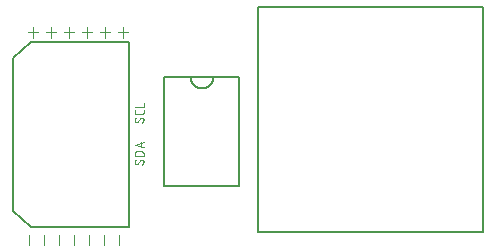
<source format=gbo>
G04 EAGLE Gerber X2 export*
G75*
%MOMM*%
%FSLAX34Y34*%
%LPD*%
%AMOC8*
5,1,8,0,0,1.08239X$1,22.5*%
G01*
%ADD10C,0.101600*%
%ADD11C,0.076200*%
%ADD12C,0.127000*%


D10*
X89408Y259644D02*
X98213Y259644D01*
X93811Y255242D02*
X93811Y264047D01*
X82973Y259644D02*
X74168Y259644D01*
X78571Y255242D02*
X78571Y264047D01*
X67733Y259644D02*
X58928Y259644D01*
X63331Y255242D02*
X63331Y264047D01*
X52493Y259644D02*
X43688Y259644D01*
X48091Y255242D02*
X48091Y264047D01*
X37253Y259644D02*
X28448Y259644D01*
X32851Y255242D02*
X32851Y264047D01*
X22013Y259644D02*
X13208Y259644D01*
X17611Y255242D02*
X17611Y264047D01*
X90876Y88053D02*
X90876Y79248D01*
X78176Y79248D02*
X78176Y88053D01*
X65476Y88053D02*
X65476Y79248D01*
X52776Y79248D02*
X52776Y88053D01*
X40076Y88053D02*
X40076Y79248D01*
X27376Y79248D02*
X27376Y88053D01*
X14676Y88053D02*
X14676Y79248D01*
D11*
X109742Y151793D02*
X109820Y151791D01*
X109898Y151786D01*
X109975Y151776D01*
X110052Y151763D01*
X110128Y151747D01*
X110203Y151727D01*
X110277Y151703D01*
X110350Y151676D01*
X110422Y151645D01*
X110492Y151611D01*
X110561Y151574D01*
X110627Y151533D01*
X110692Y151489D01*
X110754Y151443D01*
X110814Y151393D01*
X110872Y151341D01*
X110927Y151286D01*
X110979Y151228D01*
X111029Y151168D01*
X111075Y151106D01*
X111119Y151041D01*
X111160Y150975D01*
X111197Y150906D01*
X111231Y150836D01*
X111262Y150764D01*
X111289Y150691D01*
X111313Y150617D01*
X111333Y150542D01*
X111349Y150466D01*
X111362Y150389D01*
X111372Y150312D01*
X111377Y150234D01*
X111379Y150156D01*
X111377Y150042D01*
X111372Y149929D01*
X111362Y149815D01*
X111349Y149702D01*
X111332Y149590D01*
X111312Y149478D01*
X111288Y149367D01*
X111260Y149256D01*
X111229Y149147D01*
X111194Y149039D01*
X111155Y148932D01*
X111113Y148826D01*
X111068Y148722D01*
X111019Y148619D01*
X110966Y148518D01*
X110911Y148419D01*
X110852Y148321D01*
X110790Y148226D01*
X110725Y148133D01*
X110657Y148041D01*
X110586Y147953D01*
X110512Y147866D01*
X110435Y147782D01*
X110356Y147701D01*
X105650Y147906D02*
X105572Y147908D01*
X105494Y147913D01*
X105417Y147923D01*
X105340Y147936D01*
X105264Y147952D01*
X105189Y147972D01*
X105115Y147996D01*
X105042Y148023D01*
X104970Y148054D01*
X104900Y148088D01*
X104832Y148125D01*
X104765Y148166D01*
X104700Y148210D01*
X104638Y148256D01*
X104578Y148306D01*
X104520Y148358D01*
X104465Y148413D01*
X104413Y148471D01*
X104363Y148531D01*
X104317Y148593D01*
X104273Y148658D01*
X104232Y148725D01*
X104195Y148793D01*
X104161Y148863D01*
X104130Y148935D01*
X104103Y149008D01*
X104079Y149082D01*
X104059Y149157D01*
X104043Y149233D01*
X104030Y149310D01*
X104020Y149387D01*
X104015Y149465D01*
X104013Y149543D01*
X104015Y149653D01*
X104021Y149762D01*
X104031Y149872D01*
X104044Y149980D01*
X104062Y150089D01*
X104083Y150196D01*
X104109Y150303D01*
X104138Y150409D01*
X104170Y150514D01*
X104207Y150617D01*
X104247Y150719D01*
X104291Y150820D01*
X104339Y150919D01*
X104389Y151016D01*
X104444Y151111D01*
X104502Y151204D01*
X104563Y151295D01*
X104627Y151384D01*
X107082Y148724D02*
X107040Y148658D01*
X106996Y148593D01*
X106948Y148531D01*
X106898Y148471D01*
X106845Y148413D01*
X106789Y148358D01*
X106731Y148305D01*
X106670Y148256D01*
X106607Y148209D01*
X106542Y148165D01*
X106475Y148125D01*
X106406Y148088D01*
X106335Y148054D01*
X106263Y148023D01*
X106189Y147996D01*
X106114Y147972D01*
X106039Y147952D01*
X105962Y147936D01*
X105885Y147923D01*
X105807Y147913D01*
X105728Y147908D01*
X105650Y147906D01*
X108309Y150975D02*
X108351Y151042D01*
X108395Y151107D01*
X108443Y151169D01*
X108493Y151229D01*
X108546Y151287D01*
X108602Y151342D01*
X108661Y151394D01*
X108721Y151444D01*
X108785Y151491D01*
X108850Y151534D01*
X108917Y151575D01*
X108986Y151612D01*
X109057Y151646D01*
X109129Y151677D01*
X109203Y151704D01*
X109277Y151728D01*
X109353Y151748D01*
X109430Y151764D01*
X109507Y151777D01*
X109585Y151787D01*
X109664Y151792D01*
X109742Y151794D01*
X108310Y150975D02*
X107082Y148724D01*
X104013Y155016D02*
X111379Y155016D01*
X104013Y155016D02*
X104013Y157062D01*
X104015Y157151D01*
X104021Y157240D01*
X104031Y157329D01*
X104044Y157417D01*
X104061Y157505D01*
X104083Y157592D01*
X104108Y157677D01*
X104136Y157762D01*
X104169Y157845D01*
X104205Y157927D01*
X104244Y158007D01*
X104287Y158085D01*
X104333Y158161D01*
X104383Y158236D01*
X104436Y158308D01*
X104492Y158377D01*
X104551Y158444D01*
X104612Y158509D01*
X104677Y158570D01*
X104744Y158629D01*
X104813Y158685D01*
X104885Y158738D01*
X104960Y158788D01*
X105036Y158834D01*
X105114Y158877D01*
X105194Y158916D01*
X105276Y158952D01*
X105359Y158985D01*
X105444Y159013D01*
X105529Y159038D01*
X105616Y159060D01*
X105704Y159077D01*
X105792Y159090D01*
X105881Y159100D01*
X105970Y159106D01*
X106059Y159108D01*
X109333Y159108D01*
X109422Y159106D01*
X109511Y159100D01*
X109600Y159090D01*
X109688Y159077D01*
X109776Y159060D01*
X109863Y159038D01*
X109948Y159013D01*
X110033Y158985D01*
X110116Y158952D01*
X110198Y158916D01*
X110278Y158877D01*
X110356Y158834D01*
X110432Y158788D01*
X110507Y158738D01*
X110579Y158685D01*
X110648Y158629D01*
X110715Y158570D01*
X110780Y158509D01*
X110841Y158444D01*
X110900Y158377D01*
X110956Y158308D01*
X111009Y158236D01*
X111059Y158161D01*
X111105Y158085D01*
X111148Y158007D01*
X111187Y157927D01*
X111223Y157845D01*
X111256Y157762D01*
X111284Y157677D01*
X111309Y157592D01*
X111331Y157505D01*
X111348Y157417D01*
X111361Y157329D01*
X111371Y157240D01*
X111377Y157151D01*
X111379Y157062D01*
X111379Y155016D01*
X111379Y162166D02*
X104013Y164621D01*
X111379Y167077D01*
X109538Y166463D02*
X109538Y162780D01*
X111379Y185716D02*
X111377Y185794D01*
X111372Y185872D01*
X111362Y185949D01*
X111349Y186026D01*
X111333Y186102D01*
X111313Y186177D01*
X111289Y186251D01*
X111262Y186324D01*
X111231Y186396D01*
X111197Y186466D01*
X111160Y186535D01*
X111119Y186601D01*
X111075Y186666D01*
X111029Y186728D01*
X110979Y186788D01*
X110927Y186846D01*
X110872Y186901D01*
X110814Y186953D01*
X110754Y187003D01*
X110692Y187049D01*
X110627Y187093D01*
X110561Y187134D01*
X110492Y187171D01*
X110422Y187205D01*
X110350Y187236D01*
X110277Y187263D01*
X110203Y187287D01*
X110128Y187307D01*
X110052Y187323D01*
X109975Y187336D01*
X109898Y187346D01*
X109820Y187351D01*
X109742Y187353D01*
X111379Y185716D02*
X111377Y185602D01*
X111372Y185489D01*
X111362Y185375D01*
X111349Y185262D01*
X111332Y185150D01*
X111312Y185038D01*
X111288Y184927D01*
X111260Y184816D01*
X111229Y184707D01*
X111194Y184599D01*
X111155Y184492D01*
X111113Y184386D01*
X111068Y184282D01*
X111019Y184179D01*
X110966Y184078D01*
X110911Y183979D01*
X110852Y183881D01*
X110790Y183786D01*
X110725Y183693D01*
X110657Y183601D01*
X110586Y183513D01*
X110512Y183426D01*
X110435Y183342D01*
X110356Y183261D01*
X105650Y183466D02*
X105572Y183468D01*
X105494Y183473D01*
X105417Y183483D01*
X105340Y183496D01*
X105264Y183512D01*
X105189Y183532D01*
X105115Y183556D01*
X105042Y183583D01*
X104970Y183614D01*
X104900Y183648D01*
X104832Y183685D01*
X104765Y183726D01*
X104700Y183770D01*
X104638Y183816D01*
X104578Y183866D01*
X104520Y183918D01*
X104465Y183973D01*
X104413Y184031D01*
X104363Y184091D01*
X104317Y184153D01*
X104273Y184218D01*
X104232Y184285D01*
X104195Y184353D01*
X104161Y184423D01*
X104130Y184495D01*
X104103Y184568D01*
X104079Y184642D01*
X104059Y184717D01*
X104043Y184793D01*
X104030Y184870D01*
X104020Y184947D01*
X104015Y185025D01*
X104013Y185103D01*
X104015Y185213D01*
X104021Y185322D01*
X104031Y185432D01*
X104044Y185540D01*
X104062Y185649D01*
X104083Y185756D01*
X104109Y185863D01*
X104138Y185969D01*
X104170Y186074D01*
X104207Y186177D01*
X104247Y186279D01*
X104291Y186380D01*
X104339Y186479D01*
X104389Y186576D01*
X104444Y186671D01*
X104502Y186764D01*
X104563Y186855D01*
X104627Y186944D01*
X107082Y184284D02*
X107040Y184218D01*
X106996Y184153D01*
X106948Y184091D01*
X106898Y184031D01*
X106845Y183973D01*
X106789Y183918D01*
X106731Y183865D01*
X106670Y183816D01*
X106607Y183769D01*
X106542Y183725D01*
X106475Y183685D01*
X106406Y183648D01*
X106335Y183614D01*
X106263Y183583D01*
X106189Y183556D01*
X106114Y183532D01*
X106039Y183512D01*
X105962Y183496D01*
X105885Y183483D01*
X105807Y183473D01*
X105728Y183468D01*
X105650Y183466D01*
X108309Y186535D02*
X108351Y186602D01*
X108395Y186667D01*
X108443Y186729D01*
X108493Y186789D01*
X108546Y186847D01*
X108602Y186902D01*
X108661Y186954D01*
X108721Y187004D01*
X108785Y187051D01*
X108850Y187094D01*
X108917Y187135D01*
X108986Y187172D01*
X109057Y187206D01*
X109129Y187237D01*
X109203Y187264D01*
X109277Y187288D01*
X109353Y187308D01*
X109430Y187324D01*
X109507Y187337D01*
X109585Y187347D01*
X109664Y187352D01*
X109742Y187354D01*
X108310Y186535D02*
X107082Y184284D01*
X111379Y191946D02*
X111379Y193583D01*
X111379Y191946D02*
X111377Y191868D01*
X111372Y191790D01*
X111362Y191713D01*
X111349Y191636D01*
X111333Y191560D01*
X111313Y191485D01*
X111289Y191411D01*
X111262Y191338D01*
X111231Y191266D01*
X111197Y191196D01*
X111160Y191128D01*
X111119Y191061D01*
X111075Y190996D01*
X111029Y190934D01*
X110979Y190874D01*
X110927Y190816D01*
X110872Y190761D01*
X110814Y190709D01*
X110754Y190659D01*
X110692Y190613D01*
X110627Y190569D01*
X110561Y190528D01*
X110492Y190491D01*
X110422Y190457D01*
X110350Y190426D01*
X110277Y190399D01*
X110203Y190375D01*
X110128Y190355D01*
X110052Y190339D01*
X109975Y190326D01*
X109898Y190316D01*
X109820Y190311D01*
X109742Y190309D01*
X105650Y190309D01*
X105570Y190311D01*
X105490Y190317D01*
X105410Y190327D01*
X105331Y190340D01*
X105252Y190358D01*
X105175Y190379D01*
X105099Y190405D01*
X105024Y190434D01*
X104950Y190466D01*
X104878Y190502D01*
X104808Y190542D01*
X104741Y190585D01*
X104675Y190631D01*
X104612Y190681D01*
X104551Y190733D01*
X104492Y190788D01*
X104437Y190847D01*
X104385Y190907D01*
X104335Y190971D01*
X104289Y191036D01*
X104246Y191104D01*
X104206Y191174D01*
X104170Y191246D01*
X104138Y191320D01*
X104109Y191394D01*
X104084Y191471D01*
X104062Y191548D01*
X104044Y191627D01*
X104031Y191706D01*
X104021Y191785D01*
X104015Y191866D01*
X104013Y191946D01*
X104013Y193583D01*
X104013Y196688D02*
X111379Y196688D01*
X111379Y199962D01*
D12*
X129050Y222082D02*
X192550Y222082D01*
X129050Y222082D02*
X129050Y129118D01*
X192550Y129118D01*
X192550Y222082D01*
X170452Y221574D02*
X170443Y221341D01*
X170428Y221108D01*
X170407Y220875D01*
X170381Y220643D01*
X170349Y220412D01*
X170312Y220181D01*
X170268Y219952D01*
X170220Y219723D01*
X170165Y219496D01*
X170105Y219270D01*
X170040Y219046D01*
X169969Y218824D01*
X169893Y218603D01*
X169811Y218384D01*
X169724Y218168D01*
X169631Y217953D01*
X169534Y217741D01*
X169431Y217531D01*
X169323Y217324D01*
X169210Y217120D01*
X169093Y216918D01*
X168970Y216719D01*
X168842Y216524D01*
X168710Y216331D01*
X168573Y216142D01*
X168431Y215957D01*
X168285Y215775D01*
X168134Y215596D01*
X167979Y215421D01*
X167820Y215250D01*
X167657Y215083D01*
X167490Y214921D01*
X167318Y214762D01*
X167143Y214607D01*
X166965Y214457D01*
X166782Y214311D01*
X166596Y214170D01*
X166407Y214033D01*
X166214Y213901D01*
X166018Y213774D01*
X165819Y213652D01*
X165617Y213534D01*
X165413Y213422D01*
X165205Y213315D01*
X164996Y213212D01*
X164783Y213115D01*
X164568Y213023D01*
X164352Y212937D01*
X164133Y212855D01*
X163912Y212780D01*
X163689Y212709D01*
X163465Y212644D01*
X163239Y212585D01*
X163012Y212531D01*
X162783Y212483D01*
X162554Y212440D01*
X162323Y212403D01*
X162092Y212371D01*
X161860Y212346D01*
X161627Y212326D01*
X161394Y212311D01*
X161161Y212303D01*
X160927Y212300D01*
X160693Y212303D01*
X160460Y212311D01*
X160227Y212326D01*
X159994Y212346D01*
X159762Y212371D01*
X159531Y212403D01*
X159300Y212440D01*
X159071Y212483D01*
X158842Y212531D01*
X158615Y212585D01*
X158389Y212644D01*
X158165Y212709D01*
X157942Y212780D01*
X157721Y212855D01*
X157502Y212937D01*
X157286Y213023D01*
X157071Y213115D01*
X156858Y213212D01*
X156649Y213315D01*
X156441Y213422D01*
X156237Y213534D01*
X156035Y213652D01*
X155836Y213774D01*
X155640Y213901D01*
X155447Y214033D01*
X155258Y214170D01*
X155072Y214311D01*
X154889Y214457D01*
X154711Y214607D01*
X154536Y214762D01*
X154364Y214921D01*
X154197Y215083D01*
X154034Y215250D01*
X153875Y215421D01*
X153720Y215596D01*
X153569Y215775D01*
X153423Y215957D01*
X153281Y216142D01*
X153144Y216331D01*
X153012Y216524D01*
X152884Y216719D01*
X152761Y216918D01*
X152644Y217120D01*
X152531Y217324D01*
X152423Y217531D01*
X152320Y217741D01*
X152223Y217953D01*
X152130Y218168D01*
X152043Y218384D01*
X151961Y218603D01*
X151885Y218824D01*
X151814Y219046D01*
X151749Y219270D01*
X151689Y219496D01*
X151634Y219723D01*
X151586Y219952D01*
X151542Y220181D01*
X151505Y220412D01*
X151473Y220643D01*
X151447Y220875D01*
X151426Y221108D01*
X151411Y221341D01*
X151402Y221574D01*
X99500Y251250D02*
X99500Y94750D01*
X99500Y251250D02*
X16500Y251250D01*
X500Y238000D01*
X500Y108000D01*
X16500Y94750D01*
X99500Y94750D01*
X208500Y281500D02*
X399000Y281500D01*
X208500Y281500D02*
X208500Y91000D01*
X399000Y91000D01*
X399000Y281500D01*
M02*

</source>
